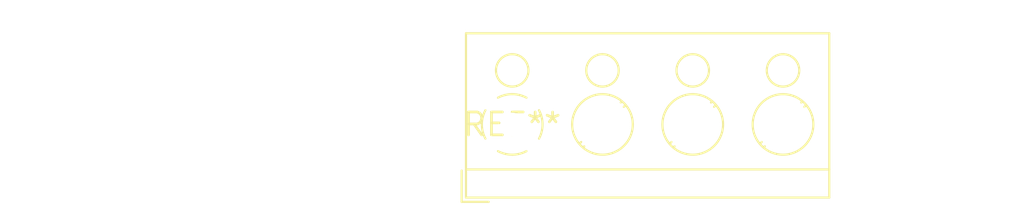
<source format=kicad_pcb>
(kicad_pcb (version 20240108) (generator pcbnew)
  (layers (0 "F.Cu" signal) (31 "B.Cu" signal) (34 "B.Paste" user) (35 "F.Paste" user) (36 "B.SilkS" user "B.Silkscreen") (37 "F.SilkS" user "F.Silkscreen") (38 "B.Mask" user) (39 "F.Mask" user) (44 "Edge.Cuts" user))
  (net 0 "")
  (footprint "TerminalBlock_RND_205-00003_1x04_P5.00mm_Horizontal" (layer "F.Cu") (at 0 0)
    (property "Reference" "REF**")
    (property "Value" "TerminalBlock_RND_205-00003_1x04_P5.00mm_Horizontal")
    (fp_line (start -2.8 2.56) (end -2.8 4.3) (layer "F.SilkS") (stroke (width 0.12)))
    (fp_line (start -2.8 4.3) (end -1.3 4.3) (layer "F.SilkS") (stroke (width 0.12)))
    (fp_line (start -2.56 -5.06) (end -2.56 4.06) (layer "F.SilkS") (stroke (width 0.12)))
    (fp_line (start -2.56 -5.06) (end 17.561 -5.06) (layer "F.SilkS") (stroke (width 0.12)))
    (fp_line (start -2.56 2.5) (end 17.561 2.5) (layer "F.SilkS") (stroke (width 0.12)))
    (fp_line (start -2.56 4.06) (end 17.561 4.06) (layer "F.SilkS") (stroke (width 0.12)))
    (fp_line (start 3.82 0.976) (end 3.726 1.069) (layer "F.SilkS") (stroke (width 0.12)))
    (fp_line (start 3.99 1.216) (end 3.931 1.274) (layer "F.SilkS") (stroke (width 0.12)))
    (fp_line (start 6.07 -1.275) (end 6.011 -1.216) (layer "F.SilkS") (stroke (width 0.12)))
    (fp_line (start 6.275 -1.069) (end 6.181 -0.976) (layer "F.SilkS") (stroke (width 0.12)))
    (fp_line (start 8.82 0.976) (end 8.726 1.069) (layer "F.SilkS") (stroke (width 0.12)))
    (fp_line (start 8.99 1.216) (end 8.931 1.274) (layer "F.SilkS") (stroke (width 0.12)))
    (fp_line (start 11.07 -1.275) (end 11.011 -1.216) (layer "F.SilkS") (stroke (width 0.12)))
    (fp_line (start 11.275 -1.069) (end 11.181 -0.976) (layer "F.SilkS") (stroke (width 0.12)))
    (fp_line (start 13.82 0.976) (end 13.726 1.069) (layer "F.SilkS") (stroke (width 0.12)))
    (fp_line (start 13.99 1.216) (end 13.931 1.274) (layer "F.SilkS") (stroke (width 0.12)))
    (fp_line (start 16.07 -1.275) (end 16.011 -1.216) (layer "F.SilkS") (stroke (width 0.12)))
    (fp_line (start 16.275 -1.069) (end 16.181 -0.976) (layer "F.SilkS") (stroke (width 0.12)))
    (fp_line (start 17.561 -5.06) (end 17.561 4.06) (layer "F.SilkS") (stroke (width 0.12)))
    (fp_arc (start -1.483953 0.789089) (mid -1.680708 5e-05) (end -1.484 -0.789) (layer "F.SilkS") (stroke (width 0.12)))
    (fp_arc (start -0.789089 -1.483953) (mid -5e-05 -1.680708) (end 0.789 -1.484) (layer "F.SilkS") (stroke (width 0.12)))
    (fp_arc (start 0.029383 1.68045) (mid -0.392304 1.634281) (end -0.789 1.484) (layer "F.SilkS") (stroke (width 0.12)))
    (fp_arc (start 0.788712 1.483352) (mid 0.406429 1.630097) (end 0 1.68) (layer "F.SilkS") (stroke (width 0.12)))
    (fp_arc (start 1.483953 -0.789089) (mid 1.680708 -5e-05) (end 1.484 0.789) (layer "F.SilkS") (stroke (width 0.12)))
    (fp_circle (center 0 -3) (end 0.9 -3) (layer "F.SilkS") (stroke (width 0.12)) (fill none))
    (fp_circle (center 5 -3) (end 5.9 -3) (layer "F.SilkS") (stroke (width 0.12)) (fill none))
    (fp_circle (center 5 0) (end 6.68 0) (layer "F.SilkS") (stroke (width 0.12)) (fill none))
    (fp_circle (center 10 -3) (end 10.9 -3) (layer "F.SilkS") (stroke (width 0.12)) (fill none))
    (fp_circle (center 10 0) (end 11.68 0) (layer "F.SilkS") (stroke (width 0.12)) (fill none))
    (fp_circle (center 15 -3) (end 15.9 -3) (layer "F.SilkS") (stroke (width 0.12)) (fill none))
    (fp_circle (center 15 0) (end 16.68 0) (layer "F.SilkS") (stroke (width 0.12)) (fill none))
    (pad "1" thru_hole rect (at 0 0) (size 2.5 2.5) (drill 1.3) (layers *.Cu *.Mask) (remove_unused_layers))
    (pad "2" thru_hole circle (at 5 0) (size 2.5 2.5) (drill 1.3) (layers *.Cu *.Mask) (remove_unused_layers))
    (pad "3" thru_hole circle (at 10 0) (size 2.5 2.5) (drill 1.3) (layers *.Cu *.Mask) (remove_unused_layers))
    (pad "4" thru_hole circle (at 15 0) (size 2.5 2.5) (drill 1.3) (layers *.Cu *.Mask) (remove_unused_layers))
  )
)
</source>
